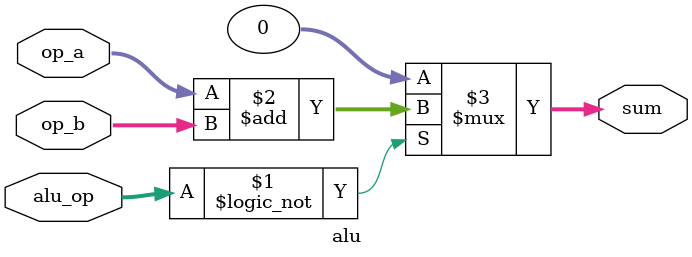
<source format=v>
module alu #(parameter WIDTH = 32)(
    input [WIDTH-1:0] op_a,
    input [WIDTH-1:0] op_b,
    input [3:0] alu_op,
    output [WIDTH-1:0] sum
);
assign sum = (alu_op == 4'b0000) ? op_a + op_b : 32'b0;

endmodule

</source>
